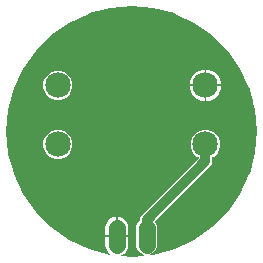
<source format=gbr>
G04 EAGLE Gerber RS-274X export*
G75*
%MOMM*%
%FSLAX34Y34*%
%LPD*%
%INBottom Copper*%
%IPPOS*%
%AMOC8*
5,1,8,0,0,1.08239X$1,22.5*%
G01*
%ADD10C,1.422400*%
%ADD11C,2.159000*%
%ADD12C,0.812800*%

G36*
X99445Y9056D02*
X99445Y9056D01*
X99523Y9081D01*
X99603Y9106D01*
X99606Y9108D01*
X99610Y9110D01*
X99668Y9168D01*
X99729Y9225D01*
X99730Y9228D01*
X99733Y9231D01*
X99761Y9310D01*
X99789Y9387D01*
X99789Y9391D01*
X99790Y9395D01*
X99780Y9477D01*
X99771Y9559D01*
X99769Y9563D01*
X99768Y9567D01*
X99723Y9635D01*
X99678Y9706D01*
X99675Y9708D01*
X99673Y9711D01*
X99652Y9723D01*
X99557Y9786D01*
X96708Y10966D01*
X94278Y13396D01*
X92963Y16570D01*
X92963Y34230D01*
X94278Y37404D01*
X95900Y39026D01*
X95940Y39091D01*
X95984Y39153D01*
X95986Y39165D01*
X95991Y39173D01*
X95995Y39210D01*
X95999Y39230D01*
X96004Y39243D01*
X96004Y39256D01*
X96011Y39295D01*
X96011Y41815D01*
X145700Y91504D01*
X145740Y91568D01*
X145784Y91630D01*
X145786Y91642D01*
X145791Y91651D01*
X145795Y91688D01*
X145798Y91702D01*
X145804Y91717D01*
X145804Y91733D01*
X145811Y91772D01*
X145811Y91996D01*
X145797Y92058D01*
X145790Y92121D01*
X145777Y92141D01*
X145772Y92165D01*
X145731Y92214D01*
X145697Y92267D01*
X145675Y92282D01*
X145662Y92298D01*
X145627Y92314D01*
X145577Y92347D01*
X144421Y92826D01*
X140956Y96291D01*
X139080Y100819D01*
X139080Y105721D01*
X140956Y110249D01*
X144421Y113714D01*
X148949Y115590D01*
X153851Y115590D01*
X158379Y113714D01*
X161844Y110249D01*
X163720Y105721D01*
X163720Y100819D01*
X161844Y96291D01*
X158379Y92826D01*
X157223Y92347D01*
X157172Y92310D01*
X157116Y92280D01*
X157102Y92260D01*
X157083Y92246D01*
X157053Y92190D01*
X157016Y92138D01*
X157011Y92112D01*
X157001Y92093D01*
X157000Y92056D01*
X156989Y91996D01*
X156989Y86985D01*
X108434Y38430D01*
X108423Y38413D01*
X108413Y38405D01*
X108404Y38383D01*
X108372Y38349D01*
X108362Y38314D01*
X108342Y38283D01*
X108338Y38232D01*
X108323Y38183D01*
X108329Y38147D01*
X108326Y38110D01*
X108344Y38063D01*
X108353Y38012D01*
X108377Y37977D01*
X108387Y37949D01*
X108410Y37928D01*
X108434Y37892D01*
X108922Y37404D01*
X110237Y34230D01*
X110237Y16570D01*
X108922Y13396D01*
X106492Y10966D01*
X104815Y10271D01*
X104790Y10254D01*
X104762Y10245D01*
X104721Y10204D01*
X104674Y10170D01*
X104660Y10144D01*
X104639Y10123D01*
X104620Y10068D01*
X104592Y10017D01*
X104592Y9988D01*
X104582Y9960D01*
X104589Y9902D01*
X104587Y9844D01*
X104600Y9817D01*
X104604Y9788D01*
X104635Y9739D01*
X104660Y9687D01*
X104683Y9668D01*
X104699Y9643D01*
X104749Y9614D01*
X104794Y9578D01*
X104823Y9571D01*
X104849Y9556D01*
X104926Y9548D01*
X104964Y9540D01*
X104978Y9543D01*
X104993Y9541D01*
X107303Y9743D01*
X107330Y9752D01*
X107368Y9755D01*
X125179Y14527D01*
X125204Y14540D01*
X125241Y14550D01*
X141953Y22343D01*
X141976Y22360D01*
X142011Y22376D01*
X157116Y32952D01*
X157134Y32973D01*
X157166Y32995D01*
X170205Y46034D01*
X170220Y46058D01*
X170248Y46084D01*
X180824Y61189D01*
X180835Y61215D01*
X180857Y61247D01*
X188650Y77959D01*
X188656Y77986D01*
X188673Y78021D01*
X193445Y95832D01*
X193446Y95846D01*
X193451Y95858D01*
X193451Y95876D01*
X193457Y95897D01*
X195064Y114267D01*
X195060Y114295D01*
X195064Y114333D01*
X193457Y132703D01*
X193448Y132729D01*
X193445Y132768D01*
X191968Y138281D01*
X191459Y140182D01*
X189115Y148928D01*
X188673Y150579D01*
X188660Y150604D01*
X188650Y150641D01*
X180857Y167353D01*
X180840Y167376D01*
X180824Y167411D01*
X170248Y182516D01*
X170233Y182528D01*
X170226Y182542D01*
X170217Y182548D01*
X170205Y182566D01*
X157166Y195605D01*
X157142Y195620D01*
X157116Y195648D01*
X142011Y206224D01*
X141985Y206235D01*
X141953Y206257D01*
X125241Y214050D01*
X125214Y214056D01*
X125179Y214073D01*
X107368Y218845D01*
X107340Y218846D01*
X107303Y218857D01*
X88933Y220464D01*
X88905Y220460D01*
X88867Y220464D01*
X70497Y218857D01*
X70470Y218848D01*
X70432Y218845D01*
X52621Y214073D01*
X52596Y214060D01*
X52559Y214050D01*
X35847Y206257D01*
X35824Y206240D01*
X35789Y206224D01*
X20684Y195648D01*
X20666Y195627D01*
X20634Y195605D01*
X7595Y182566D01*
X7580Y182542D01*
X7562Y182525D01*
X7556Y182520D01*
X7555Y182518D01*
X7552Y182516D01*
X-3024Y167411D01*
X-3035Y167385D01*
X-3057Y167353D01*
X-10850Y150641D01*
X-10856Y150614D01*
X-10873Y150579D01*
X-15645Y132768D01*
X-15646Y132740D01*
X-15657Y132703D01*
X-17264Y114333D01*
X-17260Y114305D01*
X-17264Y114267D01*
X-15657Y95897D01*
X-15648Y95870D01*
X-15645Y95832D01*
X-15554Y95491D01*
X-13211Y86746D01*
X-12701Y84844D01*
X-10873Y78021D01*
X-10864Y78004D01*
X-10863Y78000D01*
X-10858Y77990D01*
X-10850Y77959D01*
X-3057Y61247D01*
X-3040Y61224D01*
X-3024Y61189D01*
X7552Y46084D01*
X7573Y46066D01*
X7595Y46034D01*
X20634Y32995D01*
X20658Y32980D01*
X20684Y32952D01*
X35789Y22376D01*
X35815Y22365D01*
X35847Y22343D01*
X52559Y14550D01*
X52586Y14544D01*
X52621Y14527D01*
X70152Y9830D01*
X70177Y9829D01*
X70201Y9820D01*
X70263Y9826D01*
X70325Y9824D01*
X70348Y9835D01*
X70373Y9837D01*
X70426Y9870D01*
X70482Y9896D01*
X70499Y9916D01*
X70520Y9929D01*
X70553Y9982D01*
X70592Y10030D01*
X70597Y10055D01*
X70611Y10077D01*
X70616Y10139D01*
X70630Y10199D01*
X70624Y10224D01*
X70627Y10250D01*
X70604Y10308D01*
X70590Y10368D01*
X70573Y10387D01*
X70564Y10411D01*
X70502Y10473D01*
X70479Y10501D01*
X70469Y10506D01*
X70461Y10513D01*
X70047Y10790D01*
X68702Y12135D01*
X67646Y13716D01*
X66918Y15472D01*
X66547Y17337D01*
X66547Y24639D01*
X75819Y24639D01*
X75869Y24650D01*
X75920Y24652D01*
X75952Y24670D01*
X75988Y24678D01*
X76027Y24711D01*
X76072Y24735D01*
X76093Y24765D01*
X76121Y24788D01*
X76142Y24835D01*
X76171Y24877D01*
X76180Y24919D01*
X76192Y24947D01*
X76191Y24977D01*
X76199Y25019D01*
X76199Y25401D01*
X76201Y25401D01*
X76201Y25019D01*
X76213Y24969D01*
X76214Y24918D01*
X76232Y24886D01*
X76240Y24850D01*
X76273Y24811D01*
X76297Y24766D01*
X76327Y24745D01*
X76351Y24717D01*
X76397Y24696D01*
X76439Y24666D01*
X76481Y24658D01*
X76509Y24646D01*
X76539Y24647D01*
X76581Y24639D01*
X85853Y24639D01*
X85853Y17337D01*
X85852Y17333D01*
X85625Y16192D01*
X85482Y15472D01*
X84754Y13716D01*
X83698Y12135D01*
X82353Y10790D01*
X80772Y9734D01*
X80435Y9594D01*
X80368Y9546D01*
X80299Y9499D01*
X80297Y9495D01*
X80294Y9493D01*
X80255Y9420D01*
X80215Y9347D01*
X80214Y9343D01*
X80212Y9340D01*
X80210Y9258D01*
X80206Y9174D01*
X80208Y9171D01*
X80207Y9167D01*
X80242Y9091D01*
X80275Y9015D01*
X80278Y9013D01*
X80280Y9009D01*
X80344Y8957D01*
X80408Y8904D01*
X80412Y8903D01*
X80415Y8900D01*
X80438Y8895D01*
X80547Y8864D01*
X88867Y8136D01*
X88895Y8140D01*
X88933Y8136D01*
X99445Y9056D01*
G37*
%LPC*%
G36*
X23949Y140950D02*
X23949Y140950D01*
X19421Y142826D01*
X15956Y146291D01*
X14080Y150819D01*
X14080Y155721D01*
X15956Y160249D01*
X19421Y163714D01*
X23949Y165590D01*
X28851Y165590D01*
X33379Y163714D01*
X36844Y160249D01*
X38720Y155721D01*
X38720Y150819D01*
X36844Y146291D01*
X33379Y142826D01*
X28851Y140950D01*
X23949Y140950D01*
G37*
%LPD*%
%LPC*%
G36*
X23949Y90950D02*
X23949Y90950D01*
X19421Y92826D01*
X15956Y96291D01*
X14080Y100819D01*
X14080Y105721D01*
X15956Y110249D01*
X19421Y113714D01*
X23949Y115590D01*
X28851Y115590D01*
X33379Y113714D01*
X36844Y110249D01*
X38720Y105721D01*
X38720Y100819D01*
X36844Y96291D01*
X33379Y92826D01*
X28851Y90950D01*
X23949Y90950D01*
G37*
%LPD*%
%LPC*%
G36*
X76961Y26161D02*
X76961Y26161D01*
X76961Y42165D01*
X77151Y42165D01*
X79016Y41794D01*
X80772Y41066D01*
X82353Y40010D01*
X83698Y38665D01*
X84754Y37084D01*
X85482Y35328D01*
X85853Y33463D01*
X85853Y26161D01*
X76961Y26161D01*
G37*
%LPD*%
%LPC*%
G36*
X66547Y26161D02*
X66547Y26161D01*
X66547Y33463D01*
X66562Y33539D01*
X66638Y33919D01*
X66789Y34679D01*
X66789Y34680D01*
X66918Y35328D01*
X67646Y37084D01*
X68702Y38665D01*
X70047Y40010D01*
X71628Y41066D01*
X73384Y41794D01*
X75249Y42165D01*
X75439Y42165D01*
X75439Y26161D01*
X66547Y26161D01*
G37*
%LPD*%
%LPC*%
G36*
X152161Y154031D02*
X152161Y154031D01*
X152161Y166606D01*
X152450Y166606D01*
X154523Y166277D01*
X156519Y165629D01*
X158390Y164676D01*
X160088Y163442D01*
X161572Y161958D01*
X162806Y160260D01*
X163759Y158389D01*
X164407Y156393D01*
X164736Y154320D01*
X164736Y154031D01*
X152161Y154031D01*
G37*
%LPD*%
%LPC*%
G36*
X138064Y154031D02*
X138064Y154031D01*
X138064Y154320D01*
X138393Y156393D01*
X139041Y158389D01*
X139994Y160260D01*
X141228Y161958D01*
X142712Y163442D01*
X144410Y164676D01*
X146281Y165629D01*
X148277Y166277D01*
X150350Y166606D01*
X150639Y166606D01*
X150639Y154031D01*
X138064Y154031D01*
G37*
%LPD*%
%LPC*%
G36*
X152161Y139934D02*
X152161Y139934D01*
X152161Y152509D01*
X164736Y152509D01*
X164736Y152220D01*
X164407Y150147D01*
X163759Y148151D01*
X162806Y146280D01*
X161572Y144582D01*
X160088Y143098D01*
X158390Y141864D01*
X156519Y140911D01*
X154523Y140263D01*
X152450Y139934D01*
X152161Y139934D01*
G37*
%LPD*%
%LPC*%
G36*
X150350Y139934D02*
X150350Y139934D01*
X148277Y140263D01*
X146281Y140911D01*
X144410Y141864D01*
X142712Y143098D01*
X141228Y144582D01*
X139994Y146280D01*
X139041Y148151D01*
X138393Y150147D01*
X138064Y152220D01*
X138064Y152509D01*
X150639Y152509D01*
X150639Y139934D01*
X150350Y139934D01*
G37*
%LPD*%
%LPC*%
G36*
X151399Y153269D02*
X151399Y153269D01*
X151399Y153271D01*
X151401Y153271D01*
X151401Y153269D01*
X151399Y153269D01*
G37*
%LPD*%
D10*
X76200Y32512D02*
X76200Y18288D01*
X101600Y18288D02*
X101600Y32512D01*
D11*
X26400Y153270D03*
X26400Y103270D03*
X151400Y103270D03*
X151400Y153270D03*
D12*
X151400Y89300D02*
X101600Y39500D01*
X151400Y89300D02*
X151400Y103270D01*
X101600Y39500D02*
X101600Y25400D01*
M02*

</source>
